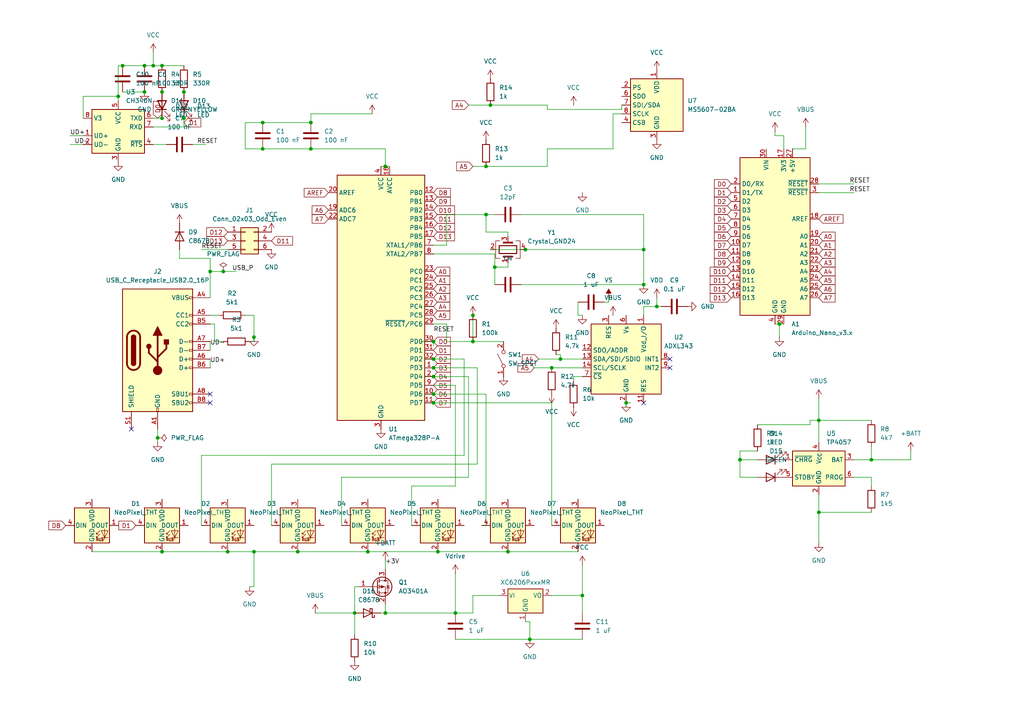
<source format=kicad_sch>
(kicad_sch (version 20231120) (generator "eeschema") (generator_version "8.0")
  (paper "A4")
  (lib_symbols
    (symbol "Battery_Management:TP4057"
      (property "Reference" "U" (at -6.35 6.604 0))
      (property "Value" "TP4057" (at 1.524 6.604 0))
      (symbol "TP4057_1_1"
        (pin open_collector line (at -10.16 2.54 0) (length 2.54) (name "~{CHRG}") (number "1"))
        (pin power_in line (at 0 -7.62 90) (length 2.54) (name "GND") (number "2"))
        (pin power_out line (at 10.16 2.54 180) (length 2.54) (name "BAT") (number "3"))
        (pin power_in line (at 0 7.62 270) (length 2.54) (name "V_{CC}") (number "4"))
        (pin open_collector line (at -10.16 -2.54 0) (length 2.54) (name "STDBY") (number "5"))
        (pin passive line (at 10.16 -2.54 180) (length 2.54) (name "PROG") (number "6"))
      )
    )
    (symbol "Connector:USB_C_Receptacle_USB2.0_16P" (pin_names (offset 1.016))
      (property "Reference" "J" (at 0 22.225 0))
      (property "Value" "USB_C_Receptacle_USB2.0_16P" (at 0 19.685 0))
      (symbol "USB_C_Receptacle_USB2.0_16P_1_1"
        (pin passive line (at 0 -22.86 90) (length 5.08) (name "GND") (number "A1"))
        (pin passive line (at 0 -22.86 90) (length 5.08) hide (name "GND") (number "A12"))
        (pin passive line (at 15.24 15.24 180) (length 5.08) (name "VBUS") (number "A4"))
        (pin bidirectional line (at 15.24 10.16 180) (length 5.08) (name "CC1") (number "A5"))
        (pin bidirectional line (at 15.24 -2.54 180) (length 5.08) (name "D+") (number "A6"))
        (pin bidirectional line (at 15.24 2.54 180) (length 5.08) (name "D-") (number "A7"))
        (pin bidirectional line (at 15.24 -12.7 180) (length 5.08) (name "SBU1") (number "A8"))
        (pin passive line (at 15.24 15.24 180) (length 5.08) hide (name "VBUS") (number "A9"))
        (pin passive line (at 0 -22.86 90) (length 5.08) hide (name "GND") (number "B1"))
        (pin passive line (at 0 -22.86 90) (length 5.08) hide (name "GND") (number "B12"))
        (pin passive line (at 15.24 15.24 180) (length 5.08) hide (name "VBUS") (number "B4"))
        (pin bidirectional line (at 15.24 7.62 180) (length 5.08) (name "CC2") (number "B5"))
        (pin bidirectional line (at 15.24 -5.08 180) (length 5.08) (name "D+") (number "B6"))
        (pin bidirectional line (at 15.24 0 180) (length 5.08) (name "D-") (number "B7"))
        (pin bidirectional line (at 15.24 -15.24 180) (length 5.08) (name "SBU2") (number "B8"))
        (pin passive line (at 15.24 15.24 180) (length 5.08) hide (name "VBUS") (number "B9"))
        (pin passive line (at -7.62 -22.86 90) (length 5.08) (name "SHIELD") (number "S1"))
      )
    )
    (symbol "Connector_Generic:Conn_02x03_Odd_Even" (pin_names (offset 1.016) hide)
      (property "Reference" "J" (at 1.27 5.08 0))
      (property "Value" "Conn_02x03_Odd_Even" (at 1.27 -5.08 0))
      (symbol "Conn_02x03_Odd_Even_1_1"
        (pin passive line (at -5.08 2.54 0) (length 3.81) (name "Pin_1") (number "1"))
        (pin passive line (at 7.62 2.54 180) (length 3.81) (name "Pin_2") (number "2"))
        (pin passive line (at -5.08 0 0) (length 3.81) (name "Pin_3") (number "3"))
        (pin passive line (at 7.62 0 180) (length 3.81) (name "Pin_4") (number "4"))
        (pin passive line (at -5.08 -2.54 0) (length 3.81) (name "Pin_5") (number "5"))
        (pin passive line (at 7.62 -2.54 180) (length 3.81) (name "Pin_6") (number "6"))
      )
    )
    (symbol "Device:C" (pin_numbers hide) (pin_names (offset 0.254))
      (property "Reference" "C" (at 0.635 2.54 0))
      (property "Value" "C" (at 0.635 -2.54 0))
      (symbol "C_1_1"
        (pin passive line (at 0 3.81 270) (length 2.794) (name "~") (number "1"))
        (pin passive line (at 0 -3.81 90) (length 2.794) (name "~") (number "2"))
      )
    )
    (symbol "Device:Crystal_GND24" (pin_names (offset 1.016) hide)
      (property "Reference" "Y" (at 3.175 5.08 0))
      (property "Value" "Crystal_GND24" (at 3.175 3.175 0))
      (symbol "Crystal_GND24_1_1"
        (pin passive line (at -3.81 0 0) (length 1.27) (name "1") (number "1"))
        (pin passive line (at 0 5.08 270) (length 1.27) (name "2") (number "2"))
        (pin passive line (at 3.81 0 180) (length 1.27) (name "3") (number "3"))
        (pin passive line (at 0 -5.08 90) (length 1.27) (name "4") (number "4"))
      )
    )
    (symbol "Device:D" (pin_numbers hide) (pin_names (offset 1.016) hide)
      (property "Reference" "D" (at 0 2.54 0))
      (property "Value" "D" (at 0 -2.54 0))
      (symbol "D_1_1"
        (pin passive line (at -3.81 0 0) (length 2.54) (name "K") (number "1"))
        (pin passive line (at 3.81 0 180) (length 2.54) (name "A") (number "2"))
      )
    )
    (symbol "Device:D_Schottky" (pin_numbers hide) (pin_names (offset 1.016) hide)
      (property "Reference" "D" (at 0 2.54 0))
      (property "Value" "D_Schottky" (at 0 -2.54 0))
      (symbol "D_Schottky_1_1"
        (pin passive line (at -3.81 0 0) (length 2.54) (name "K") (number "1"))
        (pin passive line (at 3.81 0 180) (length 2.54) (name "A") (number "2"))
      )
    )
    (symbol "Device:LED" (pin_numbers hide) (pin_names (offset 1.016) hide)
      (property "Reference" "D" (at 0 2.54 0))
      (property "Value" "LED" (at 0 -2.54 0))
      (symbol "LED_1_1"
        (pin passive line (at -3.81 0 0) (length 2.54) (name "K") (number "1"))
        (pin passive line (at 3.81 0 180) (length 2.54) (name "A") (number "2"))
      )
    )
    (symbol "Device:R" (pin_numbers hide) (pin_names (offset 0))
      (property "Reference" "R" (at 2.032 0 90))
      (property "Value" "R" (at 0 0 90))
      (symbol "R_1_1"
        (pin passive line (at 0 3.81 270) (length 1.27) (name "~") (number "1"))
        (pin passive line (at 0 -3.81 90) (length 1.27) (name "~") (number "2"))
      )
    )
    (symbol "Interface_USB:CH340N"
      (property "Reference" "U" (at -7.62 6.35 0))
      (property "Value" "CH340N" (at 7.62 6.35 0))
      (symbol "CH340N_1_1"
        (pin bidirectional line (at -10.16 -2.54 0) (length 2.54) (name "UD+") (number "1"))
        (pin bidirectional line (at -10.16 -5.08 0) (length 2.54) (name "UD-") (number "2"))
        (pin power_in line (at 0 -10.16 90) (length 2.54) (name "GND") (number "3"))
        (pin output line (at 10.16 -5.08 180) (length 2.54) (name "~{RTS}") (number "4"))
        (pin power_in line (at 0 7.62 270) (length 2.54) (name "VCC") (number "5"))
        (pin output line (at 10.16 2.54 180) (length 2.54) (name "TXD") (number "6"))
        (pin input line (at 10.16 0 180) (length 2.54) (name "RXD") (number "7"))
        (pin passive line (at -10.16 2.54 0) (length 2.54) (name "V3") (number "8"))
      )
    )
    (symbol "LED:NeoPixel_THT" (pin_names (offset 0.254))
      (property "Reference" "D" (at 5.08 5.715 0))
      (property "Value" "NeoPixel_THT" (at 1.27 -5.715 0))
      (symbol "NeoPixel_THT_0_0"
        (text "RGB" (at 2.286 -4.191 0) (effects (font (size 0.762 0.762))))
      )
      (symbol "NeoPixel_THT_1_1"
        (pin output line (at 7.62 0 180) (length 2.54) (name "DOUT") (number "1"))
        (pin power_in line (at 0 -7.62 90) (length 2.54) (name "GND") (number "2"))
        (pin power_in line (at 0 7.62 270) (length 2.54) (name "VDD") (number "3"))
        (pin input line (at -7.62 0 0) (length 2.54) (name "DIN") (number "4"))
      )
    )
    (symbol "MCU_Microchip_ATmega:ATmega328P-A"
      (property "Reference" "U" (at -12.7 36.83 0))
      (property "Value" "ATmega328P-A" (at 2.54 -36.83 0))
      (symbol "ATmega328P-A_1_1"
        (pin bidirectional line (at 15.24 -20.32 180) (length 2.54) (name "PD3") (number "1"))
        (pin bidirectional line (at 15.24 -27.94 180) (length 2.54) (name "PD6") (number "10"))
        (pin bidirectional line (at 15.24 -30.48 180) (length 2.54) (name "PD7") (number "11"))
        (pin bidirectional line (at 15.24 30.48 180) (length 2.54) (name "PB0") (number "12"))
        (pin bidirectional line (at 15.24 27.94 180) (length 2.54) (name "PB1") (number "13"))
        (pin bidirectional line (at 15.24 25.4 180) (length 2.54) (name "PB2") (number "14"))
        (pin bidirectional line (at 15.24 22.86 180) (length 2.54) (name "PB3") (number "15"))
        (pin bidirectional line (at 15.24 20.32 180) (length 2.54) (name "PB4") (number "16"))
        (pin bidirectional line (at 15.24 17.78 180) (length 2.54) (name "PB5") (number "17"))
        (pin power_in line (at 2.54 38.1 270) (length 2.54) (name "AVCC") (number "18"))
        (pin input line (at -15.24 25.4 0) (length 2.54) (name "ADC6") (number "19"))
        (pin bidirectional line (at 15.24 -22.86 180) (length 2.54) (name "PD4") (number "2"))
        (pin passive line (at -15.24 30.48 0) (length 2.54) (name "AREF") (number "20"))
        (pin passive line (at 0 -38.1 90) (length 2.54) hide (name "GND") (number "21"))
        (pin input line (at -15.24 22.86 0) (length 2.54) (name "ADC7") (number "22"))
        (pin bidirectional line (at 15.24 7.62 180) (length 2.54) (name "PC0") (number "23"))
        (pin bidirectional line (at 15.24 5.08 180) (length 2.54) (name "PC1") (number "24"))
        (pin bidirectional line (at 15.24 2.54 180) (length 2.54) (name "PC2") (number "25"))
        (pin bidirectional line (at 15.24 0 180) (length 2.54) (name "PC3") (number "26"))
        (pin bidirectional line (at 15.24 -2.54 180) (length 2.54) (name "PC4") (number "27"))
        (pin bidirectional line (at 15.24 -5.08 180) (length 2.54) (name "PC5") (number "28"))
        (pin bidirectional line (at 15.24 -7.62 180) (length 2.54) (name "~{RESET}/PC6") (number "29"))
        (pin power_in line (at 0 -38.1 90) (length 2.54) (name "GND") (number "3"))
        (pin bidirectional line (at 15.24 -12.7 180) (length 2.54) (name "PD0") (number "30"))
        (pin bidirectional line (at 15.24 -15.24 180) (length 2.54) (name "PD1") (number "31"))
        (pin bidirectional line (at 15.24 -17.78 180) (length 2.54) (name "PD2") (number "32"))
        (pin power_in line (at 0 38.1 270) (length 2.54) (name "VCC") (number "4"))
        (pin passive line (at 0 -38.1 90) (length 2.54) hide (name "GND") (number "5"))
        (pin passive line (at 0 38.1 270) (length 2.54) hide (name "VCC") (number "6"))
        (pin bidirectional line (at 15.24 15.24 180) (length 2.54) (name "XTAL1/PB6") (number "7"))
        (pin bidirectional line (at 15.24 12.7 180) (length 2.54) (name "XTAL2/PB7") (number "8"))
        (pin bidirectional line (at 15.24 -25.4 180) (length 2.54) (name "PD5") (number "9"))
      )
    )
    (symbol "MCU_Module:Arduino_Nano_v3.x"
      (property "Reference" "A" (at -10.16 23.495 0))
      (property "Value" "Arduino_Nano_v3.x" (at 5.08 -24.13 0))
      (symbol "Arduino_Nano_v3.x_1_1"
        (pin bidirectional line (at -12.7 12.7 0) (length 2.54) (name "D1/TX") (number "1"))
        (pin bidirectional line (at -12.7 -2.54 0) (length 2.54) (name "D7") (number "10"))
        (pin bidirectional line (at -12.7 -5.08 0) (length 2.54) (name "D8") (number "11"))
        (pin bidirectional line (at -12.7 -7.62 0) (length 2.54) (name "D9") (number "12"))
        (pin bidirectional line (at -12.7 -10.16 0) (length 2.54) (name "D10") (number "13"))
        (pin bidirectional line (at -12.7 -12.7 0) (length 2.54) (name "D11") (number "14"))
        (pin bidirectional line (at -12.7 -15.24 0) (length 2.54) (name "D12") (number "15"))
        (pin bidirectional line (at -12.7 -17.78 0) (length 2.54) (name "D13") (number "16"))
        (pin power_out line (at 2.54 25.4 270) (length 2.54) (name "3V3") (number "17"))
        (pin input line (at 12.7 5.08 180) (length 2.54) (name "AREF") (number "18"))
        (pin bidirectional line (at 12.7 0 180) (length 2.54) (name "A0") (number "19"))
        (pin bidirectional line (at -12.7 15.24 0) (length 2.54) (name "D0/RX") (number "2"))
        (pin bidirectional line (at 12.7 -2.54 180) (length 2.54) (name "A1") (number "20"))
        (pin bidirectional line (at 12.7 -5.08 180) (length 2.54) (name "A2") (number "21"))
        (pin bidirectional line (at 12.7 -7.62 180) (length 2.54) (name "A3") (number "22"))
        (pin bidirectional line (at 12.7 -10.16 180) (length 2.54) (name "A4") (number "23"))
        (pin bidirectional line (at 12.7 -12.7 180) (length 2.54) (name "A5") (number "24"))
        (pin bidirectional line (at 12.7 -15.24 180) (length 2.54) (name "A6") (number "25"))
        (pin bidirectional line (at 12.7 -17.78 180) (length 2.54) (name "A7") (number "26"))
        (pin power_out line (at 5.08 25.4 270) (length 2.54) (name "+5V") (number "27"))
        (pin input line (at 12.7 15.24 180) (length 2.54) (name "~{RESET}") (number "28"))
        (pin power_in line (at 2.54 -25.4 90) (length 2.54) (name "GND") (number "29"))
        (pin input line (at 12.7 12.7 180) (length 2.54) (name "~{RESET}") (number "3"))
        (pin power_in line (at -2.54 25.4 270) (length 2.54) (name "VIN") (number "30"))
        (pin power_in line (at 0 -25.4 90) (length 2.54) (name "GND") (number "4"))
        (pin bidirectional line (at -12.7 10.16 0) (length 2.54) (name "D2") (number "5"))
        (pin bidirectional line (at -12.7 7.62 0) (length 2.54) (name "D3") (number "6"))
        (pin bidirectional line (at -12.7 5.08 0) (length 2.54) (name "D4") (number "7"))
        (pin bidirectional line (at -12.7 2.54 0) (length 2.54) (name "D5") (number "8"))
        (pin bidirectional line (at -12.7 0 0) (length 2.54) (name "D6") (number "9"))
      )
    )
    (symbol "Regulator_Linear:XC6206PxxxMR" (pin_names (offset 0.254))
      (property "Reference" "U" (at -3.81 3.175 0))
      (property "Value" "XC6206PxxxMR" (at 0 3.175 0))
      (symbol "XC6206PxxxMR_1_1"
        (pin power_in line (at 0 -7.62 90) (length 2.54) (name "GND") (number "1"))
        (pin power_out line (at 7.62 0 180) (length 2.54) (name "VO") (number "2"))
        (pin power_in line (at -7.62 0 0) (length 2.54) (name "VI") (number "3"))
      )
    )
    (symbol "Sensor_Motion:ADXL343"
      (property "Reference" "U" (at -8.89 11.43 0))
      (property "Value" "ADXL343" (at -7.62 -11.43 0))
      (symbol "ADXL343_1_1"
        (pin power_in line (at 5.08 12.7 270) (length 2.54) (name "Vdd_I/O") (number "1"))
        (pin no_connect line (at -5.08 -10.16 90) (length 2.54) hide (name "NC") (number "10"))
        (pin passive line (at 5.08 -12.7 90) (length 2.54) (name "RES") (number "11"))
        (pin bidirectional line (at -12.7 2.54 0) (length 2.54) (name "SDO/ADDR") (number "12"))
        (pin bidirectional line (at -12.7 0 0) (length 2.54) (name "SDA/SDI/SDIO") (number "13"))
        (pin input line (at -12.7 -2.54 0) (length 2.54) (name "SCL/SCLK") (number "14"))
        (pin power_in line (at 0 -12.7 90) (length 2.54) (name "GND") (number "2"))
        (pin passive line (at -5.08 12.7 270) (length 2.54) (name "RES") (number "3"))
        (pin passive line (at 0 -12.7 90) (length 2.54) hide (name "GND") (number "4"))
        (pin passive line (at 0 -12.7 90) (length 2.54) hide (name "GND") (number "5"))
        (pin power_in line (at 0 12.7 270) (length 2.54) (name "Vs") (number "6"))
        (pin input line (at -12.7 -5.08 0) (length 2.54) (name "~{CS}") (number "7"))
        (pin output line (at 12.7 0 180) (length 2.54) (name "INT1") (number "8"))
        (pin output line (at 12.7 -2.54 180) (length 2.54) (name "INT2") (number "9"))
      )
    )
    (symbol "Sensor_Pressure:MS5607-02BA"
      (property "Reference" "U" (at -6.35 8.89 0))
      (property "Value" "MS5607-02BA" (at 7.62 8.89 0))
      (symbol "MS5607-02BA_1_1"
        (pin power_in line (at 0 10.16 270) (length 2.54) (name "VDD") (number "1"))
        (pin input line (at -10.16 5.08 0) (length 2.54) (name "PS") (number "2"))
        (pin power_in line (at 0 -10.16 90) (length 2.54) (name "GND") (number "3"))
        (pin input line (at -10.16 -5.08 0) (length 2.54) (name "CSB") (number "4"))
        (pin input line (at -10.16 -5.08 0) (length 2.54) hide (name "CSB") (number "5"))
        (pin output line (at -10.16 2.54 0) (length 2.54) (name "SDO") (number "6"))
        (pin bidirectional line (at -10.16 0 0) (length 2.54) (name "SDI/SDA") (number "7"))
        (pin input line (at -10.16 -2.54 0) (length 2.54) (name "SCLK") (number "8"))
      )
    )
    (symbol "Switch:SW_SPST" (pin_names (offset 0) hide)
      (property "Reference" "SW" (at 0 3.175 0))
      (property "Value" "SW_SPST" (at 0 -2.54 0))
      (symbol "SW_SPST_1_1"
        (pin passive line (at -5.08 0 0) (length 2.54) (name "A") (number "1"))
        (pin passive line (at 5.08 0 180) (length 2.54) (name "B") (number "2"))
      )
    )
    (symbol "Transistor_FET:AO3401A" (pin_names hide)
      (property "Reference" "Q" (at 5.08 1.905 0))
      (property "Value" "AO3401A" (at 5.08 0 0))
      (symbol "AO3401A_1_1"
        (pin input line (at -5.08 0 0) (length 2.54) (name "G") (number "1"))
        (pin passive line (at 2.54 -5.08 90) (length 2.54) (name "S") (number "2"))
        (pin passive line (at 2.54 5.08 270) (length 2.54) (name "D") (number "3"))
      )
    )
    (symbol "power:+BATT" (power) (pin_numbers hide) (pin_names (offset 0) hide)
      (property "Value" "+BATT" (at 0 3.556 0))
      (symbol "+BATT_1_1"
        (pin power_in line (at 0 0 90) (length 0) (name "~") (number "1"))
      )
    )
    (symbol "power:GND" (power) (pin_numbers hide) (pin_names (offset 0) hide)
      (property "Value" "GND" (at 0 -3.81 0))
      (symbol "GND_1_1"
        (pin power_in line (at 0 0 270) (length 0) (name "~") (number "1"))
      )
    )
    (symbol "power:PWR_FLAG" (power) (pin_numbers hide) (pin_names (offset 0) hide)
      (property "Value" "PWR_FLAG" (at 0 3.81 0))
      (symbol "PWR_FLAG_0_0"
        (pin power_out line (at 0 0 90) (length 0) (name "~") (number "1"))
      )
    )
    (symbol "power:VBUS" (power) (pin_numbers hide) (pin_names (offset 0) hide)
      (property "Value" "VBUS" (at 0 3.556 0))
      (symbol "VBUS_1_1"
        (pin power_in line (at 0 0 90) (length 0) (name "~") (number "1"))
      )
    )
    (symbol "power:VCC" (power) (pin_numbers hide) (pin_names (offset 0) hide)
      (property "Value" "VCC" (at 0 3.556 0))
      (symbol "VCC_1_1"
        (pin power_in line (at 0 0 90) (length 0) (name "~") (number "1"))
      )
    )
    (symbol "power:VDD" (power) (pin_numbers hide) (pin_names (offset 0) hide)
      (property "Value" "VDD" (at 0 3.556 0))
      (symbol "VDD_1_1"
        (pin power_in line (at 0 0 90) (length 0) (name "~") (number "1"))
      )
    )
    (symbol "power:VS" (power) (pin_numbers hide) (pin_names (offset 0) hide)
      (property "Value" "VS" (at 0 3.556 0))
      (symbol "VS_1_1"
        (pin power_in line (at 0 0 90) (length 0) (name "~") (number "1"))
      )
    )
    (symbol "power:Vdrive" (power) (pin_numbers hide) (pin_names (offset 0) hide)
      (property "Value" "Vdrive" (at 0 3.556 0))
      (symbol "Vdrive_1_1"
        (pin power_in line (at 0 0 90) (length 0) (name "~") (number "1"))
      )
    )
  )
  (junction (at 142.24 30.48))
  (junction (at 76.2 35.56))
  (junction (at 111.76 48.26))
  (junction (at 41.91 26.67))
  (junction (at 111.76 177.8))
  (junction (at 90.17 35.56))
  (junction (at 162.56 104.14))
  (junction (at 90.17 43.18))
  (junction (at 226.06 93.98))
  (junction (at 46.99 160.02))
  (junction (at 214.63 133.35))
  (junction (at 125.73 114.3))
  (junction (at 53.34 26.67))
  (junction (at 45.72 127))
  (junction (at 35.56 19.05))
  (junction (at 143.51 77.47))
  (junction (at 181.61 116.84))
  (junction (at 34.29 27.94))
  (junction (at 153.67 185.42))
  (junction (at 190.5 88.9))
  (junction (at 66.04 160.02))
  (junction (at 160.02 106.68))
  (junction (at 44.45 19.05))
  (junction (at 86.36 160.02))
  (junction (at 140.97 48.26))
  (junction (at 125.73 109.22))
  (junction (at 46.99 26.67))
  (junction (at 186.69 72.39))
  (junction (at 137.16 99.06))
  (junction (at 147.32 160.02))
  (junction (at 237.49 148.59))
  (junction (at 125.73 116.84))
  (junction (at 76.2 43.18))
  (junction (at 102.87 177.8))
  (junction (at 140.97 62.23))
  (junction (at 237.49 121.92))
  (junction (at 152.4 72.39))
  (junction (at 41.91 19.05))
  (junction (at 186.69 82.55))
  (junction (at 125.73 99.06))
  (junction (at 137.16 91.44))
  (junction (at 46.99 19.05))
  (junction (at 60.96 78.74))
  (junction (at 125.73 106.68))
  (junction (at 46.99 34.29))
  (junction (at 53.34 34.29))
  (junction (at 252.73 133.35))
  (junction (at 168.91 172.72))
  (junction (at 127 160.02))
  (junction (at 106.68 160.02))
  (junction (at 125.73 104.14))
  (junction (at 73.66 160.02))
  (junction (at 64.77 78.74))
  (junction (at 73.66 97.79))
  (junction (at 132.08 177.8))
  (no_connect (at 186.69 116.84))
  (no_connect (at 60.96 114.3))
  (no_connect (at 194.31 104.14))
  (no_connect (at 194.31 106.68))
  (no_connect (at 60.96 116.84))
  (no_connect (at 38.1 124.46))
  (wire (pts (xy 111.76 43.18) (xy 111.76 48.26)))
  (wire (pts (xy 125.73 104.14) (xy 134.62 104.14)))
  (wire (pts (xy 52.07 72.39) (xy 52.07 74.93)))
  (wire (pts (xy 151.13 62.23) (xy 186.69 62.23)))
  (wire (pts (xy 135.89 109.22) (xy 135.89 138.43)))
  (wire (pts (xy 52.07 74.93) (xy 60.96 74.93)))
  (wire (pts (xy 102.87 177.8) (xy 102.87 170.18)))
  (wire (pts (xy 90.17 33.02) (xy 107.95 33.02)))
  (wire (pts (xy 142.24 30.48) (xy 158.75 30.48)))
  (wire (pts (xy 252.73 133.35) (xy 264.16 133.35)))
  (wire (pts (xy 53.34 34.29) (xy 53.34 36.83)))
  (wire (pts (xy 102.87 184.15) (xy 102.87 177.8)))
  (wire (pts (xy 44.45 19.05) (xy 46.99 19.05)))
  (wire (pts (xy 226.06 93.98) (xy 227.33 93.98)))
  (wire (pts (xy 219.71 123.19) (xy 234.95 123.19)))
  (wire (pts (xy 125.73 100.33) (xy 125.73 99.06)))
  (wire (pts (xy 35.56 19.05) (xy 34.29 19.05)))
  (wire (pts (xy 123.19 109.22) (xy 125.73 109.22)))
  (wire (pts (xy 60.96 91.44) (xy 63.5 91.44)))
  (wire (pts (xy 160.02 172.72) (xy 168.91 172.72)))
  (wire (pts (xy 123.19 104.14) (xy 125.73 104.14)))
  (wire (pts (xy 134.62 132.08) (xy 134.62 104.14)))
  (wire (pts (xy 237.49 55.88) (xy 247.65 55.88)))
  (wire (pts (xy 186.69 88.9) (xy 186.69 91.44)))
  (wire (pts (xy 46.99 160.02) (xy 66.04 160.02)))
  (wire (pts (xy 125.73 73.66) (xy 143.51 73.66)))
  (wire (pts (xy 58.42 72.39) (xy 66.04 72.39)))
  (wire (pts (xy 123.19 88.9) (xy 125.73 88.9)))
  (wire (pts (xy 181.61 118.11) (xy 181.61 116.84)))
  (wire (pts (xy 137.16 91.44) (xy 137.16 99.06)))
  (wire (pts (xy 186.69 82.55) (xy 186.69 72.39)))
  (wire (pts (xy 214.63 133.35) (xy 214.63 138.43)))
  (wire (pts (xy 137.16 177.8) (xy 137.16 172.72)))
  (wire (pts (xy 140.97 67.31) (xy 147.32 67.31)))
  (wire (pts (xy 237.49 121.92) (xy 237.49 128.27)))
  (wire (pts (xy 214.63 133.35) (xy 219.71 133.35)))
  (wire (pts (xy 76.2 35.56) (xy 90.17 35.56)))
  (wire (pts (xy 167.64 91.44) (xy 168.91 91.44)))
  (wire (pts (xy 190.5 88.9) (xy 191.77 88.9)))
  (wire (pts (xy 55.88 41.91) (xy 59.69 41.91)))
  (wire (pts (xy 162.56 102.87) (xy 162.56 104.14)))
  (wire (pts (xy 190.5 88.9) (xy 186.69 88.9)))
  (wire (pts (xy 147.32 67.31) (xy 147.32 68.58)))
  (wire (pts (xy 140.97 48.26) (xy 158.75 48.26)))
  (wire (pts (xy 111.76 48.26) (xy 110.49 48.26)))
  (wire (pts (xy 229.87 43.18) (xy 233.68 43.18)))
  (wire (pts (xy 60.96 86.36) (xy 60.96 78.74)))
  (wire (pts (xy 154.94 106.68) (xy 160.02 106.68)))
  (wire (pts (xy 90.17 43.18) (xy 111.76 43.18)))
  (wire (pts (xy 71.12 43.18) (xy 76.2 43.18)))
  (wire (pts (xy 110.49 177.8) (xy 111.76 177.8)))
  (wire (pts (xy 86.36 160.02) (xy 106.68 160.02)))
  (wire (pts (xy 132.08 111.76) (xy 132.08 140.97)))
  (wire (pts (xy 153.67 185.42) (xy 153.67 180.34)))
  (wire (pts (xy 237.49 143.51) (xy 237.49 148.59)))
  (wire (pts (xy 137.16 99.06) (xy 146.05 99.06)))
  (wire (pts (xy 158.75 31.75) (xy 180.34 31.75)))
  (wire (pts (xy 111.76 48.26) (xy 113.03 48.26)))
  (wire (pts (xy 44.45 41.91) (xy 48.26 41.91)))
  (wire (pts (xy 73.66 160.02) (xy 86.36 160.02)))
  (wire (pts (xy 66.04 160.02) (xy 73.66 160.02)))
  (wire (pts (xy 62.23 99.06) (xy 62.23 93.98)))
  (wire (pts (xy 72.39 99.06) (xy 73.66 99.06)))
  (wire (pts (xy 214.63 138.43) (xy 219.71 138.43)))
  (wire (pts (xy 64.77 78.74) (xy 68.58 78.74)))
  (wire (pts (xy 140.97 62.23) (xy 129.54 62.23)))
  (wire (pts (xy 186.69 62.23) (xy 186.69 72.39)))
  (wire (pts (xy 46.99 19.05) (xy 53.34 19.05)))
  (wire (pts (xy 153.67 185.42) (xy 168.91 185.42)))
  (wire (pts (xy 227.33 43.18) (xy 227.33 39.37)))
  (wire (pts (xy 20.32 39.37) (xy 24.13 39.37)))
  (wire (pts (xy 234.95 123.19) (xy 234.95 121.92)))
  (wire (pts (xy 142.24 72.39) (xy 152.4 72.39)))
  (wire (pts (xy 44.45 15.24) (xy 44.45 19.05)))
  (wire (pts (xy 167.64 87.63) (xy 167.64 91.44)))
  (wire (pts (xy 138.43 134.62) (xy 78.74 134.62)))
  (wire (pts (xy 180.34 31.75) (xy 180.34 30.48)))
  (wire (pts (xy 73.66 99.06) (xy 73.66 97.79)))
  (wire (pts (xy 168.91 172.72) (xy 168.91 177.8)))
  (wire (pts (xy 90.17 33.02) (xy 90.17 35.56)))
  (wire (pts (xy 62.23 93.98) (xy 60.96 93.98)))
  (wire (pts (xy 140.97 152.4) (xy 139.7 152.4)))
  (wire (pts (xy 73.66 170.18) (xy 72.39 170.18)))
  (wire (pts (xy 181.61 116.84) (xy 182.88 116.84)))
  (wire (pts (xy 53.34 36.83) (xy 44.45 36.83)))
  (wire (pts (xy 140.97 62.23) (xy 140.97 67.31)))
  (wire (pts (xy 60.96 99.06) (xy 60.96 101.6)))
  (wire (pts (xy 106.68 160.02) (xy 127 160.02)))
  (wire (pts (xy 73.66 91.44) (xy 73.66 97.79)))
  (wire (pts (xy 76.2 43.18) (xy 90.17 43.18)))
  (wire (pts (xy 147.32 160.02) (xy 167.64 160.02)))
  (wire (pts (xy 123.19 106.68) (xy 125.73 106.68)))
  (wire (pts (xy 151.13 82.55) (xy 186.69 82.55)))
  (wire (pts (xy 45.72 127) (xy 45.72 128.27)))
  (wire (pts (xy 78.74 134.62) (xy 78.74 152.4)))
  (wire (pts (xy 99.06 138.43) (xy 99.06 152.4)))
  (wire (pts (xy 237.49 115.57) (xy 237.49 121.92)))
  (wire (pts (xy 44.45 19.05) (xy 41.91 19.05)))
  (wire (pts (xy 224.79 38.1) (xy 224.79 39.37)))
  (wire (pts (xy 214.63 130.81) (xy 214.63 133.35)))
  (wire (pts (xy 176.53 86.36) (xy 176.53 87.63)))
  (wire (pts (xy 58.42 152.4) (xy 58.42 132.08)))
  (wire (pts (xy 138.43 106.68) (xy 138.43 134.62)))
  (wire (pts (xy 62.23 99.06) (xy 64.77 99.06)))
  (wire (pts (xy 125.73 106.68) (xy 138.43 106.68)))
  (wire (pts (xy 158.75 43.18) (xy 177.8 43.18)))
  (wire (pts (xy 161.29 102.87) (xy 162.56 102.87)))
  (wire (pts (xy 73.66 160.02) (xy 73.66 170.18)))
  (wire (pts (xy 24.13 27.94) (xy 34.29 27.94)))
  (wire (pts (xy 123.19 116.84) (xy 125.73 116.84)))
  (wire (pts (xy 111.76 177.8) (xy 111.76 175.26)))
  (wire (pts (xy 111.76 162.56) (xy 111.76 165.1)))
  (wire (pts (xy 123.19 101.6) (xy 125.73 101.6)))
  (wire (pts (xy 234.95 121.92) (xy 237.49 121.92)))
  (wire (pts (xy 168.91 163.83) (xy 168.91 172.72)))
  (wire (pts (xy 143.51 77.47) (xy 143.51 82.55)))
  (wire (pts (xy 91.44 177.8) (xy 102.87 177.8)))
  (wire (pts (xy 34.29 27.94) (xy 34.29 29.21)))
  (wire (pts (xy 24.13 34.29) (xy 24.13 27.94)))
  (wire (pts (xy 58.42 132.08) (xy 134.62 132.08)))
  (wire (pts (xy 166.37 110.49) (xy 166.37 109.22)))
  (wire (pts (xy 121.92 99.06) (xy 125.73 99.06)))
  (wire (pts (xy 123.19 114.3) (xy 125.73 114.3)))
  (wire (pts (xy 264.16 130.81) (xy 264.16 133.35)))
  (wire (pts (xy 143.51 73.66) (xy 143.51 77.47)))
  (wire (pts (xy 176.53 87.63) (xy 175.26 87.63)))
  (wire (pts (xy 35.56 26.67) (xy 41.91 26.67)))
  (wire (pts (xy 129.54 62.23) (xy 129.54 71.12)))
  (wire (pts (xy 137.16 48.26) (xy 140.97 48.26)))
  (wire (pts (xy 44.45 34.29) (xy 46.99 34.29)))
  (wire (pts (xy 162.56 104.14) (xy 168.91 104.14)))
  (wire (pts (xy 125.73 114.3) (xy 140.97 114.3)))
  (wire (pts (xy 102.87 170.18) (xy 104.14 170.18)))
  (wire (pts (xy 226.06 93.98) (xy 226.06 97.79)))
  (wire (pts (xy 237.49 53.34) (xy 247.65 53.34)))
  (wire (pts (xy 132.08 177.8) (xy 137.16 177.8)))
  (wire (pts (xy 158.75 48.26) (xy 158.75 43.18)))
  (wire (pts (xy 160.02 116.84) (xy 160.02 152.4)))
  (wire (pts (xy 60.96 78.74) (xy 64.77 78.74)))
  (wire (pts (xy 156.21 104.14) (xy 162.56 104.14)))
  (wire (pts (xy 60.96 78.74) (xy 60.96 74.93)))
  (wire (pts (xy 247.65 138.43) (xy 252.73 138.43)))
  (wire (pts (xy 166.37 109.22) (xy 168.91 109.22)))
  (wire (pts (xy 140.97 114.3) (xy 140.97 152.4)))
  (wire (pts (xy 20.32 41.91) (xy 24.13 41.91)))
  (wire (pts (xy 129.54 93.98) (xy 125.73 93.98)))
  (wire (pts (xy 26.67 160.02) (xy 46.99 160.02)))
  (wire (pts (xy 71.12 35.56) (xy 71.12 43.18)))
  (wire (pts (xy 177.8 43.18) (xy 177.8 33.02)))
  (wire (pts (xy 237.49 148.59) (xy 237.49 157.48)))
  (wire (pts (xy 111.76 177.8) (xy 132.08 177.8)))
  (wire (pts (xy 45.72 124.46) (xy 45.72 127)))
  (wire (pts (xy 129.54 99.06) (xy 129.54 93.98)))
  (wire (pts (xy 41.91 19.05) (xy 35.56 19.05)))
  (wire (pts (xy 247.65 133.35) (xy 252.73 133.35)))
  (wire (pts (xy 252.73 138.43) (xy 252.73 140.97)))
  (wire (pts (xy 233.68 43.18) (xy 233.68 36.83)))
  (wire (pts (xy 158.75 30.48) (xy 158.75 31.75)))
  (wire (pts (xy 125.73 116.84) (xy 160.02 116.84)))
  (wire (pts (xy 119.38 140.97) (xy 119.38 152.4)))
  (wire (pts (xy 160.02 106.68) (xy 168.91 106.68)))
  (wire (pts (xy 60.96 104.14) (xy 60.96 106.68)))
  (wire (pts (xy 135.89 30.48) (xy 142.24 30.48)))
  (wire (pts (xy 224.79 93.98) (xy 226.06 93.98)))
  (wire (pts (xy 219.71 130.81) (xy 214.63 130.81)))
  (wire (pts (xy 190.5 86.36) (xy 190.5 88.9)))
  (wire (pts (xy 129.54 71.12) (xy 125.73 71.12)))
  (wire (pts (xy 137.16 172.72) (xy 144.78 172.72)))
  (wire (pts (xy 71.12 35.56) (xy 76.2 35.56)))
  (wire (pts (xy 125.73 111.76) (xy 132.08 111.76)))
  (wire (pts (xy 132.08 185.42) (xy 153.67 185.42)))
  (wire (pts (xy 143.51 62.23) (xy 140.97 62.23)))
  (wire (pts (xy 125.73 109.22) (xy 135.89 109.22)))
  (wire (pts (xy 143.51 77.47) (xy 147.32 77.47)))
  (wire (pts (xy 152.4 72.39) (xy 186.69 72.39)))
  (wire (pts (xy 34.29 19.05) (xy 34.29 27.94)))
  (wire (pts (xy 127 160.02) (xy 147.32 160.02)))
  (wire (pts (xy 177.8 33.02) (xy 180.34 33.02)))
  (wire (pts (xy 153.67 180.34) (xy 152.4 180.34)))
  (wire (pts (xy 132.08 140.97) (xy 119.38 140.97)))
  (wire (pts (xy 252.73 121.92) (xy 237.49 121.92)))
  (wire (pts (xy 147.32 76.2) (xy 147.32 77.47)))
  (wire (pts (xy 137.16 99.06) (xy 129.54 99.06)))
  (wire (pts (xy 252.73 129.54) (xy 252.73 133.35)))
  (wire (pts (xy 135.89 138.43) (xy 99.06 138.43)))
  (wire (pts (xy 71.12 91.44) (xy 73.66 91.44)))
  (wire (pts (xy 237.49 148.59) (xy 252.73 148.59)))
  (wire (pts (xy 132.08 177.8) (xy 132.08 166.37)))
  (wire (pts (xy 227.33 39.37) (xy 224.79 39.37)))
  (label "RESET" (at 246.38 53.34 0))
  (label "USB_P" (at 67.31 78.74 0))
  (label "RESET" (at 57.15 41.91 0))
  (label "UD-" (at 21.59 41.91 0))
  (label "+3V" (at 111.76 163.83 0))
  (label "UD+" (at 60.96 105.41 0))
  (label "UD-" (at 60.96 100.33 0))
  (label "RESET" (at 246.38 55.88 0))
  (label "RESET" (at 125.73 96.52 0))
  (label "RESET" (at 58.42 72.39 0))
  (label "UD+" (at 20.32 39.37 0))
  (global_label "D1" (shape input) (at 212.09 55.88 180) (property "Intersheetrefs" "${INTERSHEET_REFS}" (effects (hide yes))))
  (global_label "A1" (shape input) (at 237.49 71.12 0) (property "Intersheetrefs" "${INTERSHEET_REFS}" (effects (hide yes))))
  (global_label "A3" (shape input) (at 237.49 76.2 0) (property "Intersheetrefs" "${INTERSHEET_REFS}" (effects (hide yes))))
  (global_label "D9" (shape input) (at 212.09 76.2 180) (property "Intersheetrefs" "${INTERSHEET_REFS}" (effects (hide yes))))
  (global_label "A6" (shape input) (at 95.25 60.96 180) (property "Intersheetrefs" "${INTERSHEET_REFS}" (effects (hide yes))))
  (global_label "D7" (shape input) (at 212.09 71.12 180) (property "Intersheetrefs" "${INTERSHEET_REFS}" (effects (hide yes))))
  (global_label "A7" (shape input) (at 237.49 86.36 0) (property "Intersheetrefs" "${INTERSHEET_REFS}" (effects (hide yes))))
  (global_label "D3" (shape input) (at 212.09 60.96 180) (property "Intersheetrefs" "${INTERSHEET_REFS}" (effects (hide yes))))
  (global_label "D12" (shape input) (at 66.04 67.31 180) (property "Intersheetrefs" "${INTERSHEET_REFS}" (effects (hide yes))))
  (global_label "D12" (shape input) (at 125.73 66.04 0) (property "Intersheetrefs" "${INTERSHEET_REFS}" (effects (hide yes))))
  (global_label "D9" (shape input) (at 125.73 58.42 0) (property "Intersheetrefs" "${INTERSHEET_REFS}" (effects (hide yes))))
  (global_label "A5" (shape input) (at 237.49 81.28 0) (property "Intersheetrefs" "${INTERSHEET_REFS}" (effects (hide yes))))
  (global_label "D8" (shape input) (at 212.09 73.66 180) (property "Intersheetrefs" "${INTERSHEET_REFS}" (effects (hide yes))))
  (global_label "D13" (shape input) (at 125.73 68.58 0) (property "Intersheetrefs" "${INTERSHEET_REFS}" (effects (hide yes))))
  (global_label "D2" (shape input) (at 212.09 58.42 180) (property "Intersheetrefs" "${INTERSHEET_REFS}" (effects (hide yes))))
  (global_label "D5" (shape input) (at 212.09 66.04 180) (property "Intersheetrefs" "${INTERSHEET_REFS}" (effects (hide yes))))
  (global_label "A5" (shape input) (at 154.94 106.68 180) (property "Intersheetrefs" "${INTERSHEET_REFS}" (effects (hide yes))))
  (global_label "D10" (shape input) (at 125.73 60.96 0) (property "Intersheetrefs" "${INTERSHEET_REFS}" (effects (hide yes))))
  (global_label "D12" (shape input) (at 212.09 83.82 180) (property "Intersheetrefs" "${INTERSHEET_REFS}" (effects (hide yes))))
  (global_label "D6" (shape input) (at 212.09 68.58 180) (property "Intersheetrefs" "${INTERSHEET_REFS}" (effects (hide yes))))
  (global_label "A5" (shape input) (at 125.73 91.44 0) (property "Intersheetrefs" "${INTERSHEET_REFS}" (effects (hide yes))))
  (global_label "A4" (shape input) (at 237.49 78.74 0) (property "Intersheetrefs" "${INTERSHEET_REFS}" (effects (hide yes))))
  (global_label "D10" (shape input) (at 212.09 78.74 180) (property "Intersheetrefs" "${INTERSHEET_REFS}" (effects (hide yes))))
  (global_label "AREF" (shape input) (at 237.49 63.5 0) (property "Intersheetrefs" "${INTERSHEET_REFS}" (effects (hide yes))))
  (global_label "D1" (shape input) (at 39.37 152.4 180) (property "Intersheetrefs" "${INTERSHEET_REFS}" (effects (hide yes))))
  (global_label "D11" (shape input) (at 125.73 63.5 0) (property "Intersheetrefs" "${INTERSHEET_REFS}" (effects (hide yes))))
  (global_label "A0" (shape input) (at 237.49 68.58 0) (property "Intersheetrefs" "${INTERSHEET_REFS}" (effects (hide yes))))
  (global_label "D5" (shape input) (at 125.73 111.76 0) (property "Intersheetrefs" "${INTERSHEET_REFS}" (effects (hide yes))))
  (global_label "D7" (shape input) (at 125.73 116.84 0) (property "Intersheetrefs" "${INTERSHEET_REFS}" (effects (hide yes))))
  (global_label "D0" (shape input) (at 212.09 53.34 180) (property "Intersheetrefs" "${INTERSHEET_REFS}" (effects (hide yes))))
  (global_label "D8" (shape input) (at 125.73 55.88 0) (property "Intersheetrefs" "${INTERSHEET_REFS}" (effects (hide yes))))
  (global_label "A4" (shape input) (at 156.21 104.14 180) (property "Intersheetrefs" "${INTERSHEET_REFS}" (effects (hide yes))))
  (global_label "A2" (shape input) (at 237.49 73.66 0) (property "Intersheetrefs" "${INTERSHEET_REFS}" (effects (hide yes))))
  (global_label "D11" (shape input) (at 212.09 81.28 180) (property "Intersheetrefs" "${INTERSHEET_REFS}" (effects (hide yes))))
  (global_label "A1" (shape input) (at 125.73 81.28 0) (property "Intersheetrefs" "${INTERSHEET_REFS}" (effects (hide yes))))
  (global_label "A6" (shape input) (at 237.49 83.82 0) (property "Intersheetrefs" "${INTERSHEET_REFS}" (effects (hide yes))))
  (global_label "A3" (shape input) (at 125.73 86.36 0) (property "Intersheetrefs" "${INTERSHEET_REFS}" (effects (hide yes))))
  (global_label "D4" (shape input) (at 212.09 63.5 180) (property "Intersheetrefs" "${INTERSHEET_REFS}" (effects (hide yes))))
  (global_label "D0" (shape input) (at 45.72 34.29 90) (property "Intersheetrefs" "${INTERSHEET_REFS}" (effects (hide yes))))
  (global_label "D1" (shape input) (at 125.73 101.6 0) (property "Intersheetrefs" "${INTERSHEET_REFS}" (effects (hide yes))))
  (global_label "D8" (shape input) (at 19.05 152.4 180) (property "Intersheetrefs" "${INTERSHEET_REFS}" (effects (hide yes))))
  (global_label "AREF" (shape input) (at 95.25 55.88 180) (property "Intersheetrefs" "${INTERSHEET_REFS}" (effects (hide yes))))
  (global_label "D4" (shape input) (at 125.73 109.22 0) (property "Intersheetrefs" "${INTERSHEET_REFS}" (effects (hide yes))))
  (global_label "A0" (shape input) (at 125.73 78.74 0) (property "Intersheetrefs" "${INTERSHEET_REFS}" (effects (hide yes))))
  (global_label "D1" (shape input) (at 53.34 35.56 0) (property "Intersheetrefs" "${INTERSHEET_REFS}" (effects (hide yes))))
  (global_label "D13" (shape input) (at 66.04 69.85 180) (property "Intersheetrefs" "${INTERSHEET_REFS}" (effects (hide yes))))
  (global_label "D11" (shape input) (at 78.74 69.85 0) (property "Intersheetrefs" "${INTERSHEET_REFS}" (effects (hide yes))))
  (global_label "D6" (shape input) (at 125.73 114.3 0) (property "Intersheetrefs" "${INTERSHEET_REFS}" (effects (hide yes))))
  (global_label "A7" (shape input) (at 95.25 63.5 180) (property "Intersheetrefs" "${INTERSHEET_REFS}" (effects (hide yes))))
  (global_label "A4" (shape input) (at 135.89 30.48 180) (property "Intersheetrefs" "${INTERSHEET_REFS}" (effects (hide yes))))
  (global_label "A2" (shape input) (at 125.73 83.82 0) (property "Intersheetrefs" "${INTERSHEET_REFS}" (effects (hide yes))))
  (global_label "D0" (shape input) (at 125.73 99.06 0) (property "Intersheetrefs" "${INTERSHEET_REFS}" (effects (hide yes))))
  (global_label "D3" (shape input) (at 125.73 106.68 0) (property "Intersheetrefs" "${INTERSHEET_REFS}" (effects (hide yes))))
  (global_label "A4" (shape input) (at 125.73 88.9 0) (property "Intersheetrefs" "${INTERSHEET_REFS}" (effects (hide yes))))
  (global_label "D2" (shape input) (at 125.73 104.14 0) (property "Intersheetrefs" "${INTERSHEET_REFS}" (effects (hide yes))))
  (global_label "A5" (shape input) (at 137.16 48.26 180) (property "Intersheetrefs" "${INTERSHEET_REFS}" (effects (hide yes))))
  (global_label "D13" (shape input) (at 212.09 86.36 180) (property "Intersheetrefs" "${INTERSHEET_REFS}" (effects (hide yes))))
  (symbol (lib_id "power:VCC") (at 78.74 67.31 0) (unit 1)
    (property "Reference" "#PWR06" (effects (hide yes)))
    (property "Value" "VCC" (at 78.74 62.23 0))
    (property "Description" "Power symbol creates a global label with name \"VCC\"" (effects (hide yes)))
  )
  (symbol (lib_id "LED:NeoPixel_THT") (at 86.36 152.4 0) (unit 1)
    (property "Reference" "D4" (at 99.06 146.0814 0))
    (property "Value" "NeoPixel_THT" (at 99.06 148.6214 0))
    (property "Footprint" "LED_SMD:LED_WS2812_PLCC6_5.0x5.0mm_P1.6mm" (effects (hide yes)))
    (property "Datasheet" "https://www.adafruit.com/product/1938" (effects (hide yes)))
    (property "Description" "RGB LED with integrated controller, 5mm/8mm LED package" (effects (hide yes)))
    (property "LCSC" "C5378720" (effects (hide yes)))
  )
  (symbol (lib_id "power:VBUS") (at 177.8 91.44 0) (unit 1)
    (property "Reference" "#PWR028" (effects (hide yes)))
    (property "Value" "VBUS" (at 177.8 86.36 0))
    (property "Description" "Power symbol creates a global label with name \"VBUS\"" (effects (hide yes)))
  )
  (symbol (lib_id "power:GND") (at 41.91 26.67 0) (unit 1)
    (property "Reference" "#PWR017" (effects (hide yes)))
    (property "Value" "GND" (at 41.91 31.75 0))
    (property "Description" "Power symbol creates a global label with name \"GND\" , ground" (effects (hide yes)))
  )
  (symbol (lib_id "Device:D") (at 53.34 30.48 90) (unit 1)
    (property "Reference" "D10" (at 55.88 29.2099 90) (effects (justify right)))
    (property "Value" "YELLOW" (at 55.88 31.7499 90) (effects (justify right)))
    (property "Footprint" "Diode_SMD:D_SMC_Handsoldering" (effects (hide yes)))
    (property "Description" "Diode" (effects (hide yes)))
    (property "Sim.Device" "D" (effects (hide yes)))
    (property "Sim.Pins" "1=K 2=A" (effects (hide yes)))
    (property "LCSC" "C2296" (effects (hide yes)))
  )
  (symbol (lib_id "Device:R") (at 140.97 44.45 0) (unit 1)
    (property "Reference" "R13" (at 143.51 43.1799 0) (effects (justify left)))
    (property "Value" "1k" (at 143.51 45.7199 0) (effects (justify left)))
    (property "Footprint" "Resistor_SMD:R_0805_2012Metric_Pad1.20x1.40mm_HandSolder" (effects (hide yes)))
    (property "Description" "Resistor" (effects (hide yes)))
    (property "LCSC" "C17513" (effects (hide yes)))
  )
  (symbol (lib_id "power:VCC") (at 107.95 33.02 0) (unit 1)
    (property "Reference" "#PWR01" (effects (hide yes)))
    (property "Value" "VCC" (at 107.95 27.94 0))
    (property "Description" "Power symbol creates a global label with name \"VCC\"" (effects (hide yes)))
  )
  (symbol (lib_id "power:VCC") (at 161.29 95.25 0) (unit 1)
    (property "Reference" "#PWR036" (effects (hide yes)))
    (property "Value" "VCC" (at 161.29 90.17 0))
    (property "Description" "Power symbol creates a global label with name \"VCC\"" (effects (hide yes)))
  )
  (symbol (lib_id "power:GND") (at 237.49 157.48 0) (unit 1)
    (property "Reference" "#PWR014" (effects (hide yes)))
    (property "Value" "GND" (at 237.49 162.56 0))
    (property "Description" "Power symbol creates a global label with name \"GND\" , ground" (effects (hide yes)))
  )
  (symbol (lib_id "Device:R") (at 166.37 114.3 0) (unit 1)
    (property "Reference" "R6" (at 168.91 113.0299 0) (effects (justify left)))
    (property "Value" "10k" (at 168.91 115.5699 0) (effects (justify left)))
    (property "Footprint" "Resistor_SMD:R_0805_2012Metric_Pad1.20x1.40mm_HandSolder" (effects (hide yes)))
    (property "Description" "Resistor" (effects (hide yes)))
    (property "LCSC" "C17414" (effects (hide yes)))
  )
  (symbol (lib_id "Device:R") (at 252.73 125.73 0) (unit 1)
    (property "Reference" "R8" (at 255.27 124.4599 0) (effects (justify left)))
    (property "Value" "4k7" (at 255.27 126.9999 0) (effects (justify left)))
    (property "Footprint" "Resistor_SMD:R_0805_2012Metric_Pad1.20x1.40mm_HandSolder" (effects (hide yes)))
    (property "Description" "Resistor" (effects (hide yes)))
    (property "LCSC" "C2889530" (effects (hide yes)))
  )
  (symbol (lib_id "power:GND") (at 186.69 82.55 0) (unit 1)
    (property "Reference" "#PWR03" (effects (hide yes)))
    (property "Value" "GND" (at 186.69 87.63 0))
    (property "Description" "Power symbol creates a global label with name \"GND\" , ground" (effects (hide yes)))
  )
  (symbol (lib_id "Device:C") (at 195.58 88.9 90) (unit 1)
    (property "Reference" "C9" (at 195.58 81.28 90))
    (property "Value" "0.1 uF" (at 195.58 83.82 90))
    (property "Footprint" "Capacitor_SMD:C_0805_2012Metric_Pad1.18x1.45mm_HandSolder" (effects (hide yes)))
    (property "Description" "Unpolarized capacitor" (effects (hide yes)))
    (property "LCSC" "C49678" (effects (hide yes)))
  )
  (symbol (lib_id "power:VBUS") (at 233.68 36.83 0) (unit 1)
    (property "Reference" "#PWR026" (effects (hide yes)))
    (property "Value" "VBUS" (at 233.68 31.75 0))
    (property "Description" "Power symbol creates a global label with name \"VBUS\"" (effects (hide yes)))
  )
  (symbol (lib_id "Regulator_Linear:XC6206PxxxMR") (at 152.4 172.72 0) (unit 1)
    (property "Reference" "U6" (at 152.4 166.37 0))
    (property "Value" "XC6206PxxxMR" (at 152.4 168.91 0))
    (property "Footprint" "Package_TO_SOT_SMD:SOT-23-3" (effects (hide yes)))
    (property "Datasheet" "https://www.torexsemi.com/file/xc6206/XC6206.pdf" (effects (hide yes)))
    (property "Description" "Positive 60-250mA Low Dropout Regulator, Fixed Output, SOT-23" (effects (hide yes)))
    (property "LCSC" "C2891841" (effects (hide yes)))
  )
  (symbol (lib_id "Device:C") (at 76.2 39.37 0) (unit 1)
    (property "Reference" "C1" (at 80.01 38.0999 0) (effects (justify left)))
    (property "Value" "100 nF" (at 80.01 40.6399 0) (effects (justify left)))
    (property "Footprint" "Capacitor_SMD:C_0805_2012Metric_Pad1.18x1.45mm_HandSolder" (effects (hide yes)))
    (property "Description" "Unpolarized capacitor" (effects (hide yes)))
    (property "LCSC" "C49678" (effects (hide yes)))
  )
  (symbol (lib_id "Sensor_Pressure:MS5607-02BA") (at 190.5 30.48 0) (unit 1)
    (property "Reference" "U7" (at 199.39 29.2099 0) (effects (justify left)))
    (property "Value" "MS5607-02BA" (at 199.39 31.7499 0) (effects (justify left)))
    (property "Footprint" "Package_LGA:LGA-8_3x5mm_P1.25mm" (effects (hide yes)))
    (property "Datasheet" "https://www.te.com/commerce/DocumentDelivery/DDEController?Action=showdoc&DocId=Data+Sheet%7FMS5607-02BA03%7FB2%7Fpdf%7FEnglish%7FENG_DS_MS5607-02BA03_B2.pdf%7FCAT-BLPS0035" (effects (hide yes)))
    (property "Description" "Barometric pressure sensor, 20cm resolution, 10 to 1200 mbar, I2C and SPI interface up to 20MHz, LGA-8" (effects (hide yes)))
    (property "LCSC" "C97627" (effects (hide yes)))
  )
  (symbol (lib_id "power:GND") (at 226.06 97.79 0) (unit 1)
    (property "Reference" "#PWR024" (effects (hide yes)))
    (property "Value" "GND" (at 226.06 102.87 0))
    (property "Description" "Power symbol creates a global label with name \"GND\" , ground" (effects (hide yes)))
  )
  (symbol (lib_id "power:GND") (at 110.49 124.46 0) (unit 1)
    (property "Reference" "#PWR02" (effects (hide yes)))
    (property "Value" "GND" (at 110.49 129.54 0))
    (property "Description" "Power symbol creates a global label with name \"GND\" , ground" (effects (hide yes)))
  )
  (symbol (lib_id "LED:NeoPixel_THT") (at 46.99 152.4 0) (unit 1)
    (property "Reference" "D2" (at 59.69 146.0814 0))
    (property "Value" "NeoPixel_THT" (at 59.69 148.6214 0))
    (property "Footprint" "LED_SMD:LED_WS2812_PLCC6_5.0x5.0mm_P1.6mm" (effects (hide yes)))
    (property "Datasheet" "https://www.adafruit.com/product/1938" (effects (hide yes)))
    (property "Description" "RGB LED with integrated controller, 5mm/8mm LED package" (effects (hide yes)))
    (property "LCSC" "C5378720" (effects (hide yes)))
  )
  (symbol (lib_id "power:GND") (at 146.05 109.22 0) (unit 1)
    (property "Reference" "#PWR05" (effects (hide yes)))
    (property "Value" "GND" (at 146.05 114.3 0))
    (property "Description" "Power symbol creates a global label with name \"GND\" , ground" (effects (hide yes)))
  )
  (symbol (lib_id "power:GND") (at 168.91 91.44 0) (unit 1)
    (property "Reference" "#PWR018" (effects (hide yes)))
    (property "Value" "GND" (at 168.91 96.52 0))
    (property "Description" "Power symbol creates a global label with name \"GND\" , ground" (effects (hide yes)))
  )
  (symbol (lib_id "power:GND") (at 153.67 185.42 0) (unit 1)
    (property "Reference" "#PWR035" (effects (hide yes)))
    (property "Value" "GND" (at 153.67 190.5 0))
    (property "Description" "Power symbol creates a global label with name \"GND\" , ground" (effects (hide yes)))
  )
  (symbol (lib_id "Device:D_Schottky") (at 106.68 177.8 180) (unit 1)
    (property "Reference" "D16" (at 106.9975 171.45 0))
    (property "Value" "C8678" (at 106.9975 173.99 0))
    (property "Footprint" "Diode_SMD:D_SMA" (effects (hide yes)))
    (property "Description" "Schottky diode" (effects (hide yes)))
    (property "LCSC" "C8678" (effects (hide yes)))
  )
  (symbol (lib_id "Device:LED") (at 223.52 138.43 180) (unit 1)
    (property "Reference" "D15" (at 225.1075 130.81 0))
    (property "Value" "GREEN" (at 225.1075 133.35 0))
    (property "Footprint" "Diode_SMD:D_1206_3216Metric_Pad1.42x1.75mm_HandSolder" (effects (hide yes)))
    (property "Description" "Light emitting diode" (effects (hide yes)))
    (property "LCSC" "C2297" (effects (hide yes)))
  )
  (symbol (lib_id "power:PWR_FLAG") (at 64.77 78.74 0) (unit 1)
    (property "Reference" "#FLG02" (effects (hide yes)))
    (property "Value" "PWR_FLAG" (at 64.77 73.66 0))
    (property "Description" "Special symbol for telling ERC where power comes from" (effects (hide yes)))
  )
  (symbol (lib_id "MCU_Microchip_ATmega:ATmega328P-A") (at 110.49 86.36 0) (unit 1)
    (property "Reference" "U1" (at 112.6841 124.46 0) (effects (justify left)))
    (property "Value" "ATmega328P-A" (at 112.6841 127 0) (effects (justify left)))
    (property "Footprint" "Package_QFP:TQFP-32_7x7mm_P0.8mm" (effects (hide yes)))
    (property "Datasheet" "http://ww1.microchip.com/downloads/en/DeviceDoc/ATmega328_P%20AVR%20MCU%20with%20picoPower%20Technology%20Data%20Sheet%2040001984A.pdf" (effects (hide yes)))
    (property "Description" "20MHz, 32kB Flash, 2kB SRAM, 1kB EEPROM, TQFP-32" (effects (hide yes)))
    (property "LCSC" "C14877" (effects (hide yes)))
  )
  (symbol (lib_id "Device:C") (at 41.91 22.86 0) (unit 1)
    (property "Reference" "C6" (at 45.72 21.5899 0) (effects (justify left)))
    (property "Value" "100 nF" (at 45.72 24.1299 0) (effects (justify left)))
    (property "Footprint" "Capacitor_SMD:C_0805_2012Metric_Pad1.18x1.45mm_HandSolder" (effects (hide yes)))
    (property "Description" "Unpolarized capacitor" (effects (hide yes)))
    (property "LCSC" "C49678" (effects (hide yes)))
  )
  (symbol (lib_id "power:VCC") (at 166.37 118.11 180) (unit 1)
    (property "Reference" "#PWR021" (effects (hide yes)))
    (property "Value" "VCC" (at 166.37 123.19 0))
    (property "Description" "Power symbol creates a global label with name \"VCC\"" (effects (hide yes)))
  )
  (symbol (lib_id "Device:C") (at 147.32 82.55 90) (unit 1)
    (property "Reference" "C4" (at 147.32 74.93 90))
    (property "Value" "12pF" (effects (hide yes)))
    (property "Footprint" "Capacitor_SMD:C_0805_2012Metric_Pad1.18x1.45mm_HandSolder" (effects (hide yes)))
    (property "Description" "Unpolarized capacitor" (effects (hide yes)))
    (property "LCSC" "C1792" (effects (hide yes)))
  )
  (symbol (lib_id "power:VBUS") (at 91.44 177.8 0) (unit 1)
    (property "Reference" "#PWR030" (effects (hide yes)))
    (property "Value" "VBUS" (at 91.44 172.72 0))
    (property "Description" "Power symbol creates a global label with name \"VBUS\"" (effects (hide yes)))
  )
  (symbol (lib_id "Device:R") (at 161.29 99.06 0) (unit 1)
    (property "Reference" "R11" (at 163.83 97.7899 0) (effects (justify left)))
    (property "Value" "4.7k" (at 163.83 100.3299 0) (effects (justify left)))
    (property "Footprint" "Resistor_SMD:R_0805_2012Metric_Pad1.20x1.40mm_HandSolder" (effects (hide yes)))
    (property "Description" "Resistor" (effects (hide yes)))
    (property "LCSC" "C245341" (effects (hide yes)))
  )
  (symbol (lib_id "Device:R") (at 102.87 187.96 0) (unit 1)
    (property "Reference" "R10" (at 105.41 186.6899 0) (effects (justify left)))
    (property "Value" "10k" (at 105.41 189.2299 0) (effects (justify left)))
    (property "Footprint" "Resistor_SMD:R_0805_2012Metric_Pad1.20x1.40mm_HandSolder" (effects (hide yes)))
    (property "Description" "Resistor" (effects (hide yes)))
    (property "LCSC" "C17414" (effects (hide yes)))
  )
  (symbol (lib_id "power:PWR_FLAG") (at 45.72 127 270) (unit 1)
    (property "Reference" "#FLG01" (effects (hide yes)))
    (property "Value" "PWR_FLAG" (at 49.53 126.9999 90) (effects (justify left)))
    (property "Description" "Special symbol for telling ERC where power comes from" (effects (hide yes)))
  )
  (symbol (lib_id "Switch:SW_SPST") (at 146.05 104.14 90) (unit 1)
    (property "Reference" "SW1" (at 147.32 102.8699 90) (effects (justify right)))
    (property "Value" "SW_SPST" (at 147.32 105.4099 90) (effects (justify right)))
    (property "Footprint" "Button_Switch_SMD:SW_Push_1P1T_XKB_TS-1187A" (effects (hide yes)))
    (property "Description" "Single Pole Single Throw (SPST) switch" (effects (hide yes)))
    (property "LCSC" "C318884" (effects (hide yes)))
  )
  (symbol (lib_id "Device:R") (at 160.02 110.49 0) (unit 1)
    (property "Reference" "R12" (at 162.56 109.2199 0) (effects (justify left)))
    (property "Value" "4.7k" (at 162.56 111.7599 0) (effects (justify left)))
    (property "Footprint" "Resistor_SMD:R_0805_2012Metric_Pad1.20x1.40mm_HandSolder" (effects (hide yes)))
    (property "Description" "Resistor" (effects (hide yes)))
    (property "LCSC" "C245341" (effects (hide yes)))
  )
  (symbol (lib_id "Device:R") (at 68.58 99.06 270) (mirror x) (unit 1)
    (property "Reference" "R3" (at 68.58 92.71 90))
    (property "Value" "5k1" (at 68.58 95.25 90))
    (property "Footprint" "Resistor_SMD:R_0805_2012Metric_Pad1.20x1.40mm_HandSolder" (effects (hide yes)))
    (property "Description" "Resistor" (effects (hide yes)))
    (property "LCSC" "C27834" (effects (hide yes)))
  )
  (symbol (lib_id "MCU_Module:Arduino_Nano_v3.x") (at 224.79 68.58 0) (unit 1)
    (property "Reference" "A1" (at 229.5241 93.98 0) (effects (justify left)))
    (property "Value" "Arduino_Nano_v3.x" (at 229.5241 96.52 0) (effects (justify left)))
    (property "Footprint" "Module:Arduino_Nano_WithMountingHoles" (effects (hide yes)))
    (property "Datasheet" "http://www.mouser.com/pdfdocs/Gravitech_Arduino_Nano3_0.pdf" (effects (hide yes)))
    (property "Description" "Arduino Nano v3.x" (effects (hide yes)))
  )
  (symbol (lib_id "power:VCC") (at 142.24 22.86 0) (unit 1)
    (property "Reference" "#PWR038" (effects (hide yes)))
    (property "Value" "VCC" (at 142.24 17.78 0))
    (property "Description" "Power symbol creates a global label with name \"VCC\"" (effects (hide yes)))
  )
  (symbol (lib_id "Device:LED") (at 53.34 30.48 90) (unit 1)
    (property "Reference" "D13" (at 57.15 30.7974 90) (effects (justify right)))
    (property "Value" "LED" (at 57.15 33.3374 90) (effects (justify right)))
    (property "Footprint" "Diode_SMD:D_1206_3216Metric_Pad1.42x1.75mm_HandSolder" (effects (hide yes)))
    (property "Description" "Light emitting diode" (effects (hide yes)))
    (property "LCSC" "C2297" (effects (hide yes)))
  )
  (symbol (lib_id "Device:R") (at 67.31 91.44 90) (unit 1)
    (property "Reference" "R2" (at 67.31 85.09 90))
    (property "Value" "5k1" (at 67.31 87.63 90))
    (property "Footprint" "Resistor_SMD:R_0805_2012Metric_Pad1.20x1.40mm_HandSolder" (effects (hide yes)))
    (property "Description" "Resistor" (effects (hide yes)))
    (property "LCSC" "C27834" (effects (hide yes)))
  )
  (symbol (lib_id "power:VCC") (at 160.02 114.3 180) (unit 1)
    (property "Reference" "#PWR037" (effects (hide yes)))
    (property "Value" "VCC" (at 160.02 119.38 0))
    (property "Description" "Power symbol creates a global label with name \"VCC\"" (effects (hide yes)))
  )
  (symbol (lib_id "Connector_Generic:Conn_02x03_Odd_Even") (at 71.12 69.85 0) (unit 1)
    (property "Reference" "J1" (at 72.39 60.96 0))
    (property "Value" "Conn_02x03_Odd_Even" (at 72.39 63.5 0))
    (property "Footprint" "Connector_PinHeader_2.54mm:PinHeader_2x03_P2.54mm_Vertical" (effects (hide yes)))
    (property "Description" "Generic connector, double row, 02x03, odd/even pin numbering scheme (row 1 odd numbers, row 2 even numbers), script generated (kicad-library-utils/schlib/autogen/connector/)" (effects (hide yes)))
    (property "LCSC" "C65114" (effects (hide yes)))
  )
  (symbol (lib_id "Battery_Management:TP4057") (at 237.49 135.89 0) (unit 1)
    (property "Reference" "U5" (at 239.6841 125.73 0) (effects (justify left)))
    (property "Value" "TP4057" (at 239.6841 128.27 0) (effects (justify left)))
    (property "Footprint" "Package_TO_SOT_SMD:TSOT-23-5" (effects (hide yes)))
    (property "Datasheet" "http://toppwr.com/uploadfile/file/20230304/640302a47b738.pdf" (effects (hide yes)))
    (property "Description" "Constant-current/constant-voltage linear charger for single cell lithium-ion batteries with 2.9V Trickle Charge, 4.5V to 6.5V VDD, -40 to +85 degree Celsius, TSOT-23-5" (effects (hide yes)))
    (property "LCSC" "C725791" (effects (hide yes)))
  )
  (symbol (lib_id "power:VCC") (at 44.45 15.24 0) (unit 1)
    (property "Reference" "#PWR027" (effects (hide yes)))
    (property "Value" "VCC" (at 44.45 10.16 0))
    (property "Description" "Power symbol creates a global label with name \"VCC\"" (effects (hide yes)))
  )
  (symbol (lib_id "Device:R") (at 219.71 127 0) (unit 1)
    (property "Reference" "R9" (at 222.25 125.7299 0) (effects (justify left)))
    (property "Value" "1k" (at 222.25 128.2699 0) (effects (justify left)))
    (property "Footprint" "Resistor_SMD:R_0805_2012Metric_Pad1.20x1.40mm_HandSolder" (effects (hide yes)))
    (property "Description" "Resistor" (effects (hide yes)))
    (property "LCSC" "C17513" (effects (hide yes)))
  )
  (symbol (lib_id "power:GND") (at 78.74 72.39 0) (unit 1)
    (property "Reference" "#PWR07" (effects (hide yes)))
    (property "Value" "GND" (at 78.74 77.47 0))
    (property "Description" "Power symbol creates a global label with name \"GND\" , ground" (effects (hide yes)))
  )
  (symbol (lib_id "power:GND") (at 190.5 40.64 0) (unit 1)
    (property "Reference" "#PWR040" (effects (hide yes)))
    (property "Value" "GND" (at 190.5 45.72 0))
    (property "Description" "Power symbol creates a global label with name \"GND\" , ground" (effects (hide yes)))
  )
  (symbol (lib_id "power:VCC") (at 224.79 38.1 0) (unit 1)
    (property "Reference" "#PWR025" (effects (hide yes)))
    (property "Value" "VCC" (at 224.79 33.02 0))
    (property "Description" "Power symbol creates a global label with name \"VCC\"" (effects (hide yes)))
  )
  (symbol (lib_id "power:GND") (at 199.39 88.9 90) (unit 1)
    (property "Reference" "#PWR020" (effects (hide yes)))
    (property "Value" "GND" (at 203.2 88.8999 90) (effects (justify right)))
    (property "Description" "Power symbol creates a global label with name \"GND\" , ground" (effects (hide yes)))
  )
  (symbol (lib_id "LED:NeoPixel_THT") (at 106.68 152.4 0) (unit 1)
    (property "Reference" "D5" (at 119.38 146.0814 0))
    (property "Value" "NeoPixel_THT" (at 119.38 148.6214 0))
    (property "Footprint" "LED_SMD:LED_WS2812_PLCC6_5.0x5.0mm_P1.6mm" (effects (hide yes)))
    (property "Datasheet" "https://www.adafruit.com/product/1938" (effects (hide yes)))
    (property "Description" "RGB LED with integrated controller, 5mm/8mm LED package" (effects (hide yes)))
    (property "LCSC" "C5378720" (effects (hide yes)))
  )
  (symbol (lib_id "Device:C") (at 168.91 181.61 0) (unit 1)
    (property "Reference" "C11" (at 172.72 180.3399 0) (effects (justify left)))
    (property "Value" "1 uF" (at 172.72 182.8799 0) (effects (justify left)))
    (property "Footprint" "Capacitor_SMD:C_0805_2012Metric_Pad1.18x1.45mm_HandSolder" (effects (hide yes)))
    (property "Description" "Unpolarized capacitor" (effects (hide yes)))
    (property "LCSC" "C111768" (effects (hide yes)))
  )
  (symbol (lib_id "Device:R") (at 137.16 95.25 0) (unit 1)
    (property "Reference" "R1" (at 139.7 93.9799 0) (effects (justify left)))
    (property "Value" "100k" (at 139.7 96.5199 0) (effects (justify left)))
    (property "Footprint" "Resistor_SMD:R_0805_2012Metric_Pad1.20x1.40mm_HandSolder" (effects (hide yes)))
    (property "Description" "Resistor" (effects (hide yes)))
    (property "LCSC" "C101927" (effects (hide yes)))
  )
  (symbol (lib_id "power:GND") (at 168.91 55.88 0) (unit 1)
    (property "Reference" "#PWR022" (effects (hide yes)))
    (property "Value" "GND" (at 168.91 60.96 0))
    (property "Description" "Power symbol creates a global label with name \"GND\" , ground" (effects (hide yes)))
  )
  (symbol (lib_id "power:GND") (at 181.61 116.84 0) (unit 1)
    (property "Reference" "#PWR08" (effects (hide yes)))
    (property "Value" "GND" (at 181.61 121.92 0))
    (property "Description" "Power symbol creates a global label with name \"GND\" , ground" (effects (hide yes)))
  )
  (symbol (lib_id "power:+BATT") (at 111.76 162.56 0) (unit 1)
    (property "Reference" "#PWR032" (effects (hide yes)))
    (property "Value" "+BATT" (at 111.76 157.48 0))
    (property "Description" "Power symbol creates a global label with name \"+BATT\"" (effects (hide yes)))
  )
  (symbol (lib_id "power:VCC") (at 168.91 163.83 0) (unit 1)
    (property "Reference" "#PWR034" (effects (hide yes)))
    (property "Value" "VCC" (at 168.91 158.75 0))
    (property "Description" "Power symbol creates a global label with name \"VCC\"" (effects (hide yes)))
  )
  (symbol (lib_id "power:+BATT") (at 264.16 130.81 0) (unit 1)
    (property "Reference" "#PWR015" (effects (hide yes)))
    (property "Value" "+BATT" (at 264.16 125.73 0))
    (property "Description" "Power symbol creates a global label with name \"+BATT\"" (effects (hide yes)))
  )
  (symbol (lib_id "Device:C") (at 132.08 181.61 0) (unit 1)
    (property "Reference" "C5" (at 135.89 180.3399 0) (effects (justify left)))
    (property "Value" "1 uF" (at 135.89 182.8799 0) (effects (justify left)))
    (property "Footprint" "Capacitor_SMD:C_0805_2012Metric_Pad1.18x1.45mm_HandSolder" (effects (hide yes)))
    (property "Description" "Unpolarized capacitor" (effects (hide yes)))
    (property "LCSC" "C111768" (effects (hide yes)))
  )
  (symbol (lib_id "LED:NeoPixel_THT") (at 26.67 152.4 0) (unit 1)
    (property "Reference" "D1" (at 39.37 146.0814 0))
    (property "Value" "NeoPixel_THT" (at 39.37 148.6214 0))
    (property "Footprint" "LED_SMD:LED_WS2812_PLCC6_5.0x5.0mm_P1.6mm" (effects (hide yes)))
    (property "Datasheet" "https://www.adafruit.com/product/1938" (effects (hide yes)))
    (property "Description" "RGB LED with integrated controller, 5mm/8mm LED package" (effects (hide yes)))
    (property "LCSC" "C5378720" (effects (hide yes)))
  )
  (symbol (lib_id "Device:C") (at 171.45 87.63 90) (unit 1)
    (property "Reference" "C8" (at 171.45 80.01 90))
    (property "Value" "1 uF" (at 171.45 82.55 90))
    (property "Footprint" "Capacitor_SMD:C_0805_2012Metric_Pad1.18x1.45mm_HandSolder" (effects (hide yes)))
    (property "Description" "Unpolarized capacitor" (effects (hide yes)))
    (property "LCSC" "C111768" (effects (hide yes)))
  )
  (symbol (lib_id "Device:R") (at 142.24 26.67 0) (unit 1)
    (property "Reference" "R14" (at 144.78 25.3999 0) (effects (justify left)))
    (property "Value" "1k" (at 144.78 27.9399 0) (effects (justify left)))
    (property "Footprint" "Resistor_SMD:R_0805_2012Metric_Pad1.20x1.40mm_HandSolder" (effects (hide yes)))
    (property "Description" "Resistor" (effects (hide yes)))
    (property "LCSC" "C17513" (effects (hide yes)))
  )
  (symbol (lib_id "power:VCC") (at 137.16 91.44 0) (unit 1)
    (property "Reference" "#PWR04" (effects (hide yes)))
    (property "Value" "VCC" (at 137.16 86.36 0))
    (property "Description" "Power symbol creates a global label with name \"VCC\"" (effects (hide yes)))
  )
  (symbol (lib_id "Connector:USB_C_Receptacle_USB2.0_16P") (at 45.72 101.6 0) (unit 1)
    (property "Reference" "J2" (at 45.72 78.74 0))
    (property "Value" "USB_C_Receptacle_USB2.0_16P" (at 45.72 81.28 0))
    (property "Footprint" "Connector_USB:USB_C_Receptacle_Amphenol_12401548E4-2A" (effects (hide yes)))
    (property "Datasheet" "https://www.usb.org/sites/default/files/documents/usb_type-c.zip" (effects (hide yes)))
    (property "Description" "USB 2.0-only 16P Type-C Receptacle connector" (effects (hide yes)))
    (property "LCSC" "C2988369" (effects (hide yes)))
  )
  (symbol (lib_id "power:VDD") (at 190.5 86.36 0) (unit 1)
    (property "Reference" "#PWR09" (effects (hide yes)))
    (property "Value" "VDD" (at 190.5 81.28 0))
    (property "Description" "Power symbol creates a global label with name \"VDD\"" (effects (hide yes)))
  )
  (symbol (lib_id "Device:R") (at 53.34 22.86 0) (unit 1)
    (property "Reference" "R5" (at 55.88 21.5899 0) (effects (justify left)))
    (property "Value" "330R" (at 55.88 24.1299 0) (effects (justify left)))
    (property "Footprint" "Resistor_SMD:R_0805_2012Metric_Pad1.20x1.40mm_HandSolder" (effects (hide yes)))
    (property "Description" "Resistor" (effects (hide yes)))
    (property "LCSC" "C3016635" (effects (hide yes)))
  )
  (symbol (lib_id "power:GND") (at 45.72 128.27 0) (unit 1)
    (property "Reference" "#PWR011" (effects (hide yes)))
    (property "Value" "GND" (at 45.72 133.35 0))
    (property "Description" "Power symbol creates a global label with name \"GND\" , ground" (effects (hide yes)))
  )
  (symbol (lib_id "Device:R") (at 252.73 144.78 0) (unit 1)
    (property "Reference" "R7" (at 255.27 143.5099 0) (effects (justify left)))
    (property "Value" "1k5" (at 255.27 146.0499 0) (effects (justify left)))
    (property "Footprint" "Resistor_SMD:R_0805_2012Metric_Pad1.20x1.40mm_HandSolder" (effects (hide yes)))
    (property "Description" "Resistor" (effects (hide yes)))
    (property "LCSC" "C416128" (effects (hide yes)))
  )
  (symbol (lib_id "Device:C") (at 52.07 41.91 90) (unit 1)
    (property "Reference" "C7" (at 52.07 34.29 90))
    (property "Value" "100 nF" (at 52.07 36.83 90))
    (property "Footprint" "Capacitor_SMD:C_0805_2012Metric_Pad1.18x1.45mm_HandSolder" (effects (hide yes)))
    (property "Description" "Unpolarized capacitor" (effects (hide yes)))
    (property "LCSC" "C49678" (effects (hide yes)))
  )
  (symbol (lib_id "Device:R") (at 46.99 22.86 0) (unit 1)
    (property "Reference" "R4" (at 49.53 21.5899 0) (effects (justify left)))
    (property "Value" "330R" (at 49.53 24.1299 0) (effects (justify left)))
    (property "Footprint" "Resistor_SMD:R_0805_2012Metric_Pad1.20x1.40mm_HandSolder" (effects (hide yes)))
    (property "Description" "Resistor" (effects (hide yes)))
    (property "LCSC" "C3016635" (effects (hide yes)))
  )
  (symbol (lib_id "power:Vdrive") (at 132.08 166.37 0) (unit 1)
    (property "Reference" "#PWR033" (effects (hide yes)))
    (property "Value" "Vdrive" (at 132.08 161.29 0))
    (property "Description" "Power symbol creates a global label with name \"Vdrive\"" (effects (hide yes)))
  )
  (symbol (lib_id "LED:NeoPixel_THT") (at 66.04 152.4 0) (unit 1)
    (property "Reference" "D3" (at 78.74 146.0814 0))
    (property "Value" "NeoPixel_THT" (at 78.74 148.6214 0))
    (property "Footprint" "LED_SMD:LED_WS2812_PLCC6_5.0x5.0mm_P1.6mm" (effects (hide yes)))
    (property "Datasheet" "https://www.adafruit.com/product/1938" (effects (hide yes)))
    (property "Description" "RGB LED with integrated controller, 5mm/8mm LED package" (effects (hide yes)))
    (property "LCSC" "C5378720" (effects (hide yes)))
  )
  (symbol (lib_id "Device:LED") (at 46.99 30.48 90) (unit 1)
    (property "Reference" "D12" (at 50.8 30.7974 90) (effects (justify right)))
    (property "Value" "LED" (at 50.8 33.3374 90) (effects (justify right)))
    (property "Footprint" "Diode_SMD:D_1206_3216Metric_Pad1.42x1.75mm_HandSolder" (effects (hide yes)))
    (property "Description" "Light emitting diode" (effects (hide yes)))
    (property "LCSC" "C2297" (effects (hide yes)))
  )
  (symbol (lib_id "power:GND") (at 73.66 97.79 0) (unit 1)
    (property "Reference" "#PWR012" (effects (hide yes)))
    (property "Value" "GND" (at 73.66 102.87 0))
    (property "Description" "Power symbol creates a global label with name \"GND\" , ground" (effects (hide yes)))
  )
  (symbol (lib_id "LED:NeoPixel_THT") (at 147.32 152.4 0) (unit 1)
    (property "Reference" "D7" (at 160.02 146.0814 0))
    (property "Value" "NeoPixel_THT" (at 160.02 148.6214 0))
    (property "Footprint" "LED_SMD:LED_WS2812_PLCC6_5.0x5.0mm_P1.6mm" (effects (hide yes)))
    (property "Datasheet" "https://www.adafruit.com/product/1938" (effects (hide yes)))
    (property "Description" "RGB LED with integrated controller, 5mm/8mm LED package" (effects (hide yes)))
    (property "LCSC" "C5378720" (effects (hide yes)))
  )
  (symbol (lib_id "Device:Crystal_GND24") (at 147.32 72.39 90) (unit 1)
    (property "Reference" "Y1" (at 160.02 67.4368 90))
    (property "Value" "Crystal_GND24" (at 160.02 69.9768 90))
    (property "Footprint" "Crystal:Crystal_SMD_3225-4Pin_3.2x2.5mm_HandSoldering" (effects (hide yes)))
    (property "Description" "Four pin crystal, GND on pins 2 and 4" (effects (hide yes)))
    (property "LCSC" "C13738" (effects (hide yes)))
  )
  (symbol (lib_id "LED:NeoPixel_THT") (at 127 152.4 0) (unit 1)
    (property "Reference" "D6" (at 139.7 146.0814 0))
    (property "Value" "NeoPixel_THT" (at 139.7 148.6214 0))
    (property "Footprint" "LED_SMD:LED_WS2812_PLCC6_5.0x5.0mm_P1.6mm" (effects (hide yes)))
    (property "Datasheet" "https://www.adafruit.com/product/1938" (effects (hide yes)))
    (property "Description" "RGB LED with integrated controller, 5mm/8mm LED package" (effects (hide yes)))
    (property "LCSC" "C5378720" (effects (hide yes)))
  )
  (symbol (lib_id "Device:D") (at 46.99 30.48 90) (unit 1)
    (property "Reference" "D11" (at 49.53 29.2099 90) (effects (justify right)))
    (property "Value" "GREEN" (at 49.53 31.7499 90) (effects (justify right)))
    (property "Footprint" "Diode_SMD:D_1206_3216Metric_Pad1.42x1.75mm_HandSolder" (effects (hide yes)))
    (property "Description" "Diode" (effects (hide yes)))
    (property "Sim.Device" "D" (effects (hide yes)))
    (property "Sim.Pins" "1=K 2=A" (effects (hide yes)))
    (property "LCSC" "C2297" (effects (hide yes)))
  )
  (symbol (lib_id "power:GND") (at 102.87 191.77 0) (unit 1)
    (property "Reference" "#PWR031" (effects (hide yes)))
    (property "Value" "GND" (at 102.87 196.85 0))
    (property "Description" "Power symbol creates a global label with name \"GND\" , ground" (effects (hide yes)))
  )
  (symbol (lib_id "Transistor_FET:AO3401A") (at 109.22 170.18 0) (unit 1)
    (property "Reference" "Q1" (at 115.57 168.9099 0) (effects (justify left)))
    (property "Value" "AO3401A" (at 115.57 171.4499 0) (effects (justify left)))
    (property "Footprint" "Package_TO_SOT_SMD:SOT-23" (effects (hide yes)))
    (property "Datasheet" "http://www.aosmd.com/pdfs/datasheet/AO3401A.pdf" (effects (hide yes)))
    (property "Description" "-4.0A Id, -30V Vds, P-Channel MOSFET, SOT-23" (effects (hide yes)))
    (property "LCSC" "C15127" (effects (hide yes)))
  )
  (symbol (lib_id "power:GND") (at 72.39 170.18 0) (unit 1)
    (property "Reference" "#PWR010" (effects (hide yes)))
    (property "Value" "GND" (at 72.39 175.26 0))
    (property "Description" "Power symbol creates a global label with name \"GND\" , ground" (effects (hide yes)))
  )
  (symbol (lib_id "Sensor_Motion:ADXL343") (at 181.61 104.14 0) (unit 1)
    (property "Reference" "U2" (at 196.85 97.8214 0))
    (property "Value" "ADXL343" (at 196.85 100.3614 0))
    (property "Footprint" "Package_LGA:LGA-14_3x5mm_P0.8mm_LayoutBorder1x6y" (effects (hide yes)))
    (property "Datasheet" "https://www.analog.com/media/en/technical-documentation/data-sheets/ADXL343.pdf" (effects (hide yes)))
    (property "Description" "3-Axis MEMS Accelerometer, 2/4/8/16g range, I2C/SPI, LGA-14" (effects (hide yes)))
    (property "LCSC" "C579453 " (effects (hide yes)))
  )
  (symbol (lib_id "Interface_USB:CH340N") (at 34.29 36.83 0) (unit 1)
    (property "Reference" "U3" (at 36.4841 26.67 0) (effects (justify left)))
    (property "Value" "CH340N" (at 36.4841 29.21 0) (effects (justify left)))
    (property "Footprint" "Package_SO:SOP-8_3.9x4.9mm_P1.27mm" (effects (hide yes)))
    (property "Datasheet" "https://aitendo3.sakura.ne.jp/aitendo_data/product_img/ic/inteface/CH340N/ch340n.pdf" (effects (hide yes)))
    (property "Description" "USB serial converter, 2Mbps, UART, SOP-8" (effects (hide yes)))
    (property "LCSC" "C2977777" (effects (hide yes)))
  )
  (symbol (lib_id "Device:D") (at 52.07 68.58 270) (unit 1)
    (property "Reference" "D9" (at 54.61 67.3099 90) (effects (justify left)))
    (property "Value" "C8678" (at 54.61 69.8499 90) (effects (justify left)))
    (property "Footprint" "Diode_SMD:D_SMC_Handsoldering" (effects (hide yes)))
    (property "Description" "Diode" (effects (hide yes)))
    (property "Sim.Device" "D" (effects (hide yes)))
    (property "Sim.Pins" "1=K 2=A" (effects (hide yes)))
    (property "LCSC" "C8678" (effects (hide yes)))
  )
  (symbol (lib_id "Device:C") (at 35.56 22.86 0) (unit 1)
    (property "Reference" "C10" (at 39.37 21.5899 0) (effects (justify left)))
    (property "Value" "100 nF" (at 39.37 24.1299 0) (effects (justify left)))
    (property "Footprint" "Capacitor_SMD:C_0805_2012Metric_Pad1.18x1.45mm_HandSolder" (effects (hide yes)))
    (property "Description" "Unpolarized capacitor" (effects (hide yes)))
    (property "LCSC" "C49678" (effects (hide yes)))
  )
  (symbol (lib_id "power:VBUS") (at 52.07 64.77 0) (unit 1)
    (property "Reference" "#PWR013" (effects (hide yes)))
    (property "Value" "VBUS" (at 52.07 59.69 0))
    (property "Description" "Power symbol creates a global label with name \"VBUS\"" (effects (hide yes)))
  )
  (symbol (lib_id "Device:C") (at 90.17 39.37 0) (unit 1)
    (property "Reference" "C2" (at 93.98 38.0999 0) (effects (justify left)))
    (property "Value" "100 nF" (at 93.98 40.6399 0) (effects (justify left)))
    (property "Footprint" "Capacitor_SMD:C_0805_2012Metric_Pad1.18x1.45mm_HandSolder" (effects (hide yes)))
    (property "Description" "Unpolarized capacitor" (effects (hide yes)))
    (property "LCSC" "C49678" (effects (hide yes)))
  )
  (symbol (lib_id "power:VCC") (at 190.5 20.32 0) (unit 1)
    (property "Reference" "#PWR041" (effects (hide yes)))
    (property "Value" "VCC" (at 190.5 15.24 0))
    (property "Description" "Power symbol creates a global label with name \"VCC\"" (effects (hide yes)))
  )
  (symbol (lib_id "power:VCC") (at 140.97 40.64 0) (unit 1)
    (property "Reference" "#PWR039" (effects (hide yes)))
    (property "Value" "VCC" (at 140.97 35.56 0))
    (property "Description" "Power symbol creates a global label with name \"VCC\"" (effects (hide yes)))
  )
  (symbol (lib_id "Device:LED") (at 223.52 133.35 180) (unit 1)
    (property "Reference" "D14" (at 225.1075 125.73 0))
    (property "Value" "RED" (at 225.1075 128.27 0))
    (property "Footprint" "Diode_SMD:D_1206_3216Metric_Pad1.42x1.75mm_HandSolder" (effects (hide yes)))
    (property "Description" "Light emitting diode" (effects (hide yes)))
    (property "LCSC" "C101927" (effects (hide yes)))
  )
  (symbol (lib_id "power:VS") (at 176.53 86.36 0) (unit 1)
    (property "Reference" "#PWR019" (effects (hide yes)))
    (property "Value" "VS" (at 176.53 81.28 0))
    (property "Description" "Power symbol creates a global label with name \"VS\"" (effects (hide yes)))
  )
  (symbol (lib_id "power:VCC") (at 166.37 30.48 0) (unit 1)
    (property "Reference" "#PWR023" (effects (hide yes)))
    (property "Value" "VCC" (at 166.37 25.4 0))
    (property "Description" "Power symbol creates a global label with name \"VCC\"" (effects (hide yes)))
  )
  (symbol (lib_id "LED:NeoPixel_THT") (at 167.64 152.4 0) (unit 1)
    (property "Reference" "D8" (at 180.34 146.0814 0))
    (property "Value" "NeoPixel_THT" (at 180.34 148.6214 0))
    (property "Footprint" "LED_SMD:LED_WS2812_PLCC6_5.0x5.0mm_P1.6mm" (effects (hide yes)))
    (property "Datasheet" "https://www.adafruit.com/product/1938" (effects (hide yes)))
    (property "Description" "RGB LED with integrated controller, 5mm/8mm LED package" (effects (hide yes)))
    (property "LCSC" "C5378720" (effects (hide yes)))
  )
  (symbol (lib_id "power:VBUS") (at 237.49 115.57 0) (unit 1)
    (property "Reference" "#PWR029" (effects (hide yes)))
    (property "Value" "VBUS" (at 237.49 110.49 0))
    (property "Description" "Power symbol creates a global label with name \"VBUS\"" (effects (hide yes)))
  )
  (symbol (lib_id "Device:C") (at 147.32 62.23 90) (unit 1)
    (property "Reference" "C3" (at 147.32 54.61 90))
    (property "Value" "12pF" (at 147.32 57.15 90))
    (property "Footprint" "Capacitor_SMD:C_0805_2012Metric_Pad1.18x1.45mm_HandSolder" (effects (hide yes)))
    (property "Description" "Unpolarized capacitor" (effects (hide yes)))
    (property "LCSC" "C1792" (effects (hide yes)))
  )
  (symbol (lib_id "power:GND") (at 34.29 46.99 0) (unit 1)
    (property "Reference" "#PWR016" (effects (hide yes)))
    (property "Value" "GND" (at 34.29 52.07 0))
    (property "Description" "Power symbol creates a global label with name \"GND\" , ground" (effects (hide yes)))
  )
)
</source>
